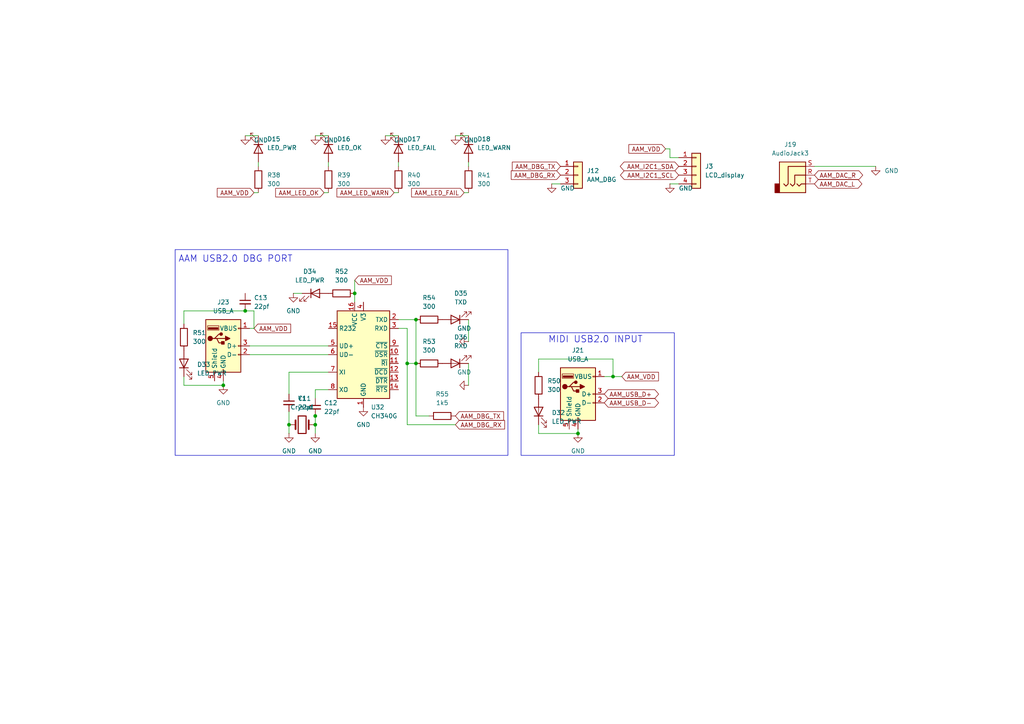
<source format=kicad_sch>
(kicad_sch (version 20250114) (generator "eeschema") (generator_version "9.0")
  (paper "A4")
  (lib_symbols
    (symbol "Connector:USB_A" (pin_names (offset 1.016))
      (property "Reference" "J" (at -5.08 11.43 0))
      (property "Value" "USB_A" (at -5.08 8.89 0))
      (symbol "USB_A_0_1"
        (rectangle (start -5.08 -7.62) (end 5.08 7.62) (stroke (width 0.254)) (fill (type background)))
        (circle (center -3.81 2.159) (radius 0.635) (stroke (width 0.254)) (fill (type outline)))
        (polyline (pts (xy -3.175 2.159) (xy -2.54 2.159) (xy -1.27 3.429) (xy -0.635 3.429)) (stroke (width 0.254)))
        (polyline (pts (xy -2.54 2.159) (xy -1.905 2.159) (xy -1.27 0.889) (xy 0 0.889)) (stroke (width 0.254)))
        (rectangle (start -1.524 4.826) (end -4.318 5.334) (fill (type outline)))
        (rectangle (start -1.27 4.572) (end -4.572 5.842))
        (circle (center -0.635 3.429) (radius 0.381) (stroke (width 0.254)) (fill (type outline)))
        (rectangle (start -0.127 -7.62) (end 0.127 -6.858))
        (rectangle (start 0.254 1.27) (end -0.508 0.508) (stroke (width 0.254)) (fill (type outline)))
        (polyline (pts (xy 0.635 2.794) (xy 0.635 1.524) (xy 1.905 2.159) (xy 0.635 2.794)) (stroke (width 0.254)) (fill (type outline)))
        (rectangle (start 5.08 4.953) (end 4.318 5.207))
        (rectangle (start 5.08 -0.127) (end 4.318 0.127))
        (rectangle (start 5.08 -2.667) (end 4.318 -2.413))
      )
      (symbol "USB_A_1_1"
        (polyline (pts (xy -1.905 2.159) (xy 0.635 2.159)) (stroke (width 0.254)))
        (pin passive line (at -2.54 -10.16 90) (length 2.54) (name "Shield") (number "5"))
        (pin power_in line (at 0 -10.16 90) (length 2.54) (name "GND") (number "4"))
        (pin power_in line (at 7.62 5.08 180) (length 2.54) (name "VBUS") (number "1"))
        (pin bidirectional line (at 7.62 0 180) (length 2.54) (name "D+") (number "3"))
        (pin bidirectional line (at 7.62 -2.54 180) (length 2.54) (name "D-") (number "2"))
      )
    )
    (symbol "Connector_Audio:AudioJack3"
      (property "Reference" "J" (at 0 8.89 0))
      (property "Value" "AudioJack3" (at 0 6.35 0))
      (symbol "AudioJack3_0_1"
        (rectangle (start -5.08 -5.08) (end -6.35 -2.54) (stroke (width 0.254)) (fill (type outline)))
        (polyline (pts (xy -1.905 -2.54) (xy -1.27 -3.175) (xy -0.635 -2.54) (xy -0.635 0) (xy 2.54 0)) (stroke (width 0.254)))
        (polyline (pts (xy 0 -2.54) (xy 0.635 -3.175) (xy 1.27 -2.54) (xy 2.54 -2.54)) (stroke (width 0.254)))
        (rectangle (start 2.54 3.81) (end -5.08 -5.08) (stroke (width 0.254)) (fill (type background)))
        (polyline (pts (xy 2.54 2.54) (xy -2.54 2.54) (xy -2.54 -2.54) (xy -3.175 -3.175) (xy -3.81 -2.54)) (stroke (width 0.254)))
      )
      (symbol "AudioJack3_1_1"
        (pin passive line (at 5.08 2.54 180) (length 2.54) (name "~") (number "S"))
        (pin passive line (at 5.08 0 180) (length 2.54) (name "~") (number "R"))
        (pin passive line (at 5.08 -2.54 180) (length 2.54) (name "~") (number "T"))
      )
    )
    (symbol "Connector_Generic:Conn_01x03" (pin_names (offset 1.016) (hide yes))
      (property "Reference" "J" (at 0 5.08 0))
      (property "Value" "Conn_01x03" (at 0 -5.08 0))
      (symbol "Conn_01x03_1_1"
        (rectangle (start -1.27 3.81) (end 1.27 -3.81) (stroke (width 0.254)) (fill (type background)))
        (rectangle (start -1.27 2.667) (end 0 2.413) (stroke (width 0.1524)))
        (rectangle (start -1.27 0.127) (end 0 -0.127) (stroke (width 0.1524)))
        (rectangle (start -1.27 -2.413) (end 0 -2.667) (stroke (width 0.1524)))
        (pin passive line (at -5.08 2.54 0) (length 3.81) (name "Pin_1") (number "1"))
        (pin passive line (at -5.08 0 0) (length 3.81) (name "Pin_2") (number "2"))
        (pin passive line (at -5.08 -2.54 0) (length 3.81) (name "Pin_3") (number "3"))
      )
    )
    (symbol "Connector_Generic:Conn_01x04" (pin_names (offset 1.016) (hide yes))
      (property "Reference" "J" (at 0 5.08 0))
      (property "Value" "Conn_01x04" (at 0 -7.62 0))
      (symbol "Conn_01x04_1_1"
        (rectangle (start -1.27 3.81) (end 1.27 -6.35) (stroke (width 0.254)) (fill (type background)))
        (rectangle (start -1.27 2.667) (end 0 2.413) (stroke (width 0.1524)))
        (rectangle (start -1.27 0.127) (end 0 -0.127) (stroke (width 0.1524)))
        (rectangle (start -1.27 -2.413) (end 0 -2.667) (stroke (width 0.1524)))
        (rectangle (start -1.27 -4.953) (end 0 -5.207) (stroke (width 0.1524)))
        (pin passive line (at -5.08 2.54 0) (length 3.81) (name "Pin_1") (number "1"))
        (pin passive line (at -5.08 0 0) (length 3.81) (name "Pin_2") (number "2"))
        (pin passive line (at -5.08 -2.54 0) (length 3.81) (name "Pin_3") (number "3"))
        (pin passive line (at -5.08 -5.08 0) (length 3.81) (name "Pin_4") (number "4"))
      )
    )
    (symbol "Device:C_Small" (pin_numbers (hide yes)) (pin_names (offset 0.254) (hide yes))
      (property "Reference" "C" (at 0.254 1.778 0))
      (property "Value" "C_Small" (at 0.254 -2.032 0))
      (symbol "C_Small_0_1"
        (polyline (pts (xy -1.524 0.508) (xy 1.524 0.508)) (stroke (width 0.3048)))
        (polyline (pts (xy -1.524 -0.508) (xy 1.524 -0.508)) (stroke (width 0.3302)))
      )
      (symbol "C_Small_1_1"
        (pin passive line (at 0 2.54 270) (length 2.032) (name "~") (number "1"))
        (pin passive line (at 0 -2.54 90) (length 2.032) (name "~") (number "2"))
      )
    )
    (symbol "Device:Crystal" (pin_numbers (hide yes)) (pin_names (offset 1.016) (hide yes))
      (property "Reference" "Y" (at 0 3.81 0))
      (property "Value" "Crystal" (at 0 -3.81 0))
      (symbol "Crystal_0_1"
        (polyline (pts (xy -2.54 0) (xy -1.905 0)))
        (polyline (pts (xy -1.905 -1.27) (xy -1.905 1.27)) (stroke (width 0.508)))
        (rectangle (start -1.143 2.54) (end 1.143 -2.54) (stroke (width 0.3048)))
        (polyline (pts (xy 1.905 -1.27) (xy 1.905 1.27)) (stroke (width 0.508)))
        (polyline (pts (xy 2.54 0) (xy 1.905 0)))
      )
      (symbol "Crystal_1_1"
        (pin passive line (at -3.81 0 0) (length 1.27) (name "1") (number "1"))
        (pin passive line (at 3.81 0 180) (length 1.27) (name "2") (number "2"))
      )
    )
    (symbol "Device:LED" (pin_numbers (hide yes)) (pin_names (offset 1.016) (hide yes))
      (property "Reference" "D" (at 0 2.54 0))
      (property "Value" "LED" (at 0 -2.54 0))
      (symbol "LED_0_1"
        (polyline (pts (xy -3.048 -0.762) (xy -4.572 -2.286) (xy -3.81 -2.286) (xy -4.572 -2.286) (xy -4.572 -1.524)))
        (polyline (pts (xy -1.778 -0.762) (xy -3.302 -2.286) (xy -2.54 -2.286) (xy -3.302 -2.286) (xy -3.302 -1.524)))
        (polyline (pts (xy -1.27 0) (xy 1.27 0)))
        (polyline (pts (xy -1.27 -1.27) (xy -1.27 1.27)) (stroke (width 0.254)))
        (polyline (pts (xy 1.27 -1.27) (xy 1.27 1.27) (xy -1.27 0) (xy 1.27 -1.27)) (stroke (width 0.254)))
      )
      (symbol "LED_1_1"
        (pin passive line (at -3.81 0 0) (length 2.54) (name "K") (number "1"))
        (pin passive line (at 3.81 0 180) (length 2.54) (name "A") (number "2"))
      )
    )
    (symbol "Device:R" (pin_numbers (hide yes)) (pin_names (offset 0))
      (property "Reference" "R" (at 2.032 0 90))
      (property "Value" "R" (at 0 0 90))
      (symbol "R_0_1"
        (rectangle (start -1.016 -2.54) (end 1.016 2.54) (stroke (width 0.254)))
      )
      (symbol "R_1_1"
        (pin passive line (at 0 3.81 270) (length 1.27) (name "~") (number "1"))
        (pin passive line (at 0 -3.81 90) (length 1.27) (name "~") (number "2"))
      )
    )
    (symbol "Interface_USB:CH340G"
      (property "Reference" "U" (at -5.08 13.97 0))
      (property "Value" "CH340G" (at 1.27 13.97 0))
      (symbol "CH340G_0_1"
        (rectangle (start -7.62 12.7) (end 7.62 -12.7) (stroke (width 0.254)) (fill (type background)))
      )
      (symbol "CH340G_1_1"
        (pin input line (at -10.16 7.62 0) (length 2.54) (name "R232") (number "15"))
        (pin bidirectional line (at -10.16 2.54 0) (length 2.54) (name "UD+") (number "5"))
        (pin bidirectional line (at -10.16 0 0) (length 2.54) (name "UD-") (number "6"))
        (pin input line (at -10.16 -5.08 0) (length 2.54) (name "XI") (number "7"))
        (pin output line (at -10.16 -10.16 0) (length 2.54) (name "XO") (number "8"))
        (pin power_in line (at -2.54 15.24 270) (length 2.54) (name "VCC") (number "16"))
        (pin power_out line (at 0 15.24 270) (length 2.54) (name "V3") (number "4"))
        (pin power_in line (at 0 -15.24 90) (length 2.54) (name "GND") (number "1"))
        (pin output line (at 10.16 10.16 180) (length 2.54) (name "TXD") (number "2"))
        (pin input line (at 10.16 7.62 180) (length 2.54) (name "RXD") (number "3"))
        (pin input line (at 10.16 2.54 180) (length 2.54) (name "~{CTS}") (number "9"))
        (pin input line (at 10.16 0 180) (length 2.54) (name "~{DSR}") (number "10"))
        (pin input line (at 10.16 -2.54 180) (length 2.54) (name "~{RI}") (number "11"))
        (pin input line (at 10.16 -5.08 180) (length 2.54) (name "~{DCD}") (number "12"))
        (pin output line (at 10.16 -7.62 180) (length 2.54) (name "~{DTR}") (number "13"))
        (pin output line (at 10.16 -10.16 180) (length 2.54) (name "~{RTS}") (number "14"))
      )
    )
    (symbol "power:GND" (power) (pin_numbers (hide yes)) (pin_names (offset 0) (hide yes))
      (property "Value" "GND" (at 0 -3.81 0))
      (symbol "GND_0_1"
        (polyline (pts (xy 0 0) (xy 0 -1.27) (xy 1.27 -1.27) (xy 0 -2.54) (xy -1.27 -1.27) (xy 0 -1.27)))
      )
      (symbol "GND_1_1"
        (pin power_in line (at 0 0 270) (length 0) (name "~") (number "1"))
      )
    )
  )
  (rectangle (start 50.8 72.39) (end 147.32 132.08))
  (rectangle (start 151.13 96.52) (end 195.58 132.08))
  (text "AAM USB2.0 DBG PORT" (at 68.326 75.184 0) (effects (font (size 1.905 1.905))))
  (text "MIDI USB2.0 INPUT" (at 172.72 98.552 0) (effects (font (size 1.905 1.905))))
  (junction (at 177.8 109.22))
  (junction (at 64.77 111.76))
  (junction (at 83.82 123.19))
  (junction (at 120.65 92.71))
  (junction (at 120.65 105.41))
  (junction (at 71.12 90.17))
  (junction (at 91.44 123.19))
  (junction (at 167.64 125.73))
  (junction (at 118.11 105.41))
  (junction (at 91.44 120.65))
  (junction (at 102.87 85.09))
  (wire (pts (xy 135.89 105.41) (xy 135.89 111.76)))
  (wire (pts (xy 135.89 92.71) (xy 135.89 99.06)))
  (wire (pts (xy 72.39 102.87) (xy 95.25 102.87)))
  (wire (pts (xy 91.44 123.19) (xy 91.44 125.73)))
  (wire (pts (xy 102.87 85.09) (xy 102.87 87.63)))
  (wire (pts (xy 64.77 111.76) (xy 53.34 111.76)))
  (wire (pts (xy 135.89 46.99) (xy 135.89 48.26)))
  (wire (pts (xy 177.8 109.22) (xy 175.26 109.22)))
  (wire (pts (xy 118.11 105.41) (xy 118.11 123.19)))
  (wire (pts (xy 194.31 45.72) (xy 196.85 45.72)))
  (wire (pts (xy 118.11 123.19) (xy 132.08 123.19)))
  (wire (pts (xy 83.82 119.38) (xy 83.82 123.19)))
  (wire (pts (xy 193.04 43.18) (xy 194.31 43.18)))
  (wire (pts (xy 73.66 55.88) (xy 74.93 55.88)))
  (wire (pts (xy 120.65 92.71) (xy 120.65 105.41)))
  (wire (pts (xy 118.11 105.41) (xy 120.65 105.41)))
  (wire (pts (xy 64.77 111.76) (xy 64.77 110.49)))
  (wire (pts (xy 114.3 55.88) (xy 115.57 55.88)))
  (wire (pts (xy 91.44 113.03) (xy 91.44 115.57)))
  (wire (pts (xy 160.02 53.34) (xy 162.56 53.34)))
  (wire (pts (xy 111.76 39.37) (xy 115.57 39.37)))
  (wire (pts (xy 132.08 39.37) (xy 135.89 39.37)))
  (wire (pts (xy 177.8 104.14) (xy 156.21 104.14)))
  (wire (pts (xy 73.66 90.17) (xy 73.66 95.25)))
  (wire (pts (xy 83.82 107.95) (xy 83.82 114.3)))
  (wire (pts (xy 73.66 90.17) (xy 71.12 90.17)))
  (wire (pts (xy 83.82 107.95) (xy 95.25 107.95)))
  (wire (pts (xy 120.65 105.41) (xy 120.65 120.65)))
  (wire (pts (xy 115.57 46.99) (xy 115.57 48.26)))
  (wire (pts (xy 74.93 46.99) (xy 74.93 48.26)))
  (wire (pts (xy 167.64 125.73) (xy 156.21 125.73)))
  (wire (pts (xy 236.22 48.26) (xy 254 48.26)))
  (wire (pts (xy 53.34 90.17) (xy 53.34 93.98)))
  (wire (pts (xy 95.25 46.99) (xy 95.25 48.26)))
  (wire (pts (xy 134.62 55.88) (xy 135.89 55.88)))
  (wire (pts (xy 91.44 113.03) (xy 95.25 113.03)))
  (wire (pts (xy 73.66 95.25) (xy 72.39 95.25)))
  (wire (pts (xy 91.44 120.65) (xy 91.44 123.19)))
  (wire (pts (xy 91.44 39.37) (xy 95.25 39.37)))
  (wire (pts (xy 85.09 85.09) (xy 87.63 85.09)))
  (wire (pts (xy 118.11 95.25) (xy 118.11 105.41)))
  (wire (pts (xy 156.21 104.14) (xy 156.21 107.95)))
  (wire (pts (xy 53.34 111.76) (xy 53.34 109.22)))
  (wire (pts (xy 71.12 90.17) (xy 53.34 90.17)))
  (wire (pts (xy 83.82 125.73) (xy 83.82 123.19)))
  (wire (pts (xy 194.31 43.18) (xy 194.31 45.72)))
  (wire (pts (xy 91.44 119.38) (xy 91.44 120.65)))
  (wire (pts (xy 72.39 100.33) (xy 95.25 100.33)))
  (wire (pts (xy 156.21 125.73) (xy 156.21 123.19)))
  (wire (pts (xy 115.57 95.25) (xy 118.11 95.25)))
  (wire (pts (xy 177.8 109.22) (xy 180.34 109.22)))
  (wire (pts (xy 71.12 39.37) (xy 74.93 39.37)))
  (wire (pts (xy 102.87 81.28) (xy 102.87 85.09)))
  (wire (pts (xy 177.8 104.14) (xy 177.8 109.22)))
  (wire (pts (xy 93.98 55.88) (xy 95.25 55.88)))
  (wire (pts (xy 115.57 92.71) (xy 120.65 92.71)))
  (wire (pts (xy 194.31 53.34) (xy 196.85 53.34)))
  (wire (pts (xy 167.64 125.73) (xy 167.64 124.46)))
  (wire (pts (xy 120.65 120.65) (xy 124.46 120.65)))
  (global_label "AAM_USB_D-" (shape bidirectional) (at 175.26 116.84 0) (property "Intersheetrefs" "${INTERSHEET_REFS}" (effects (hide yes))))
  (global_label "AAM_DBG_RX" (shape input) (at 132.08 123.19 0) (property "Intersheetrefs" "${INTERSHEET_REFS}" (effects (hide yes))))
  (global_label "AAM_DBG_TX" (shape input) (at 162.56 48.26 180) (property "Intersheetrefs" "${INTERSHEET_REFS}" (effects (hide yes))))
  (global_label "AAM_DBG_TX" (shape input) (at 132.08 120.65 0) (property "Intersheetrefs" "${INTERSHEET_REFS}" (effects (hide yes))))
  (global_label "AAM_VDD" (shape input) (at 193.04 43.18 180) (property "Intersheetrefs" "${INTERSHEET_REFS}" (effects (hide yes))))
  (global_label "AAM_LED_OK" (shape input) (at 93.98 55.88 180) (property "Intersheetrefs" "${INTERSHEET_REFS}" (effects (hide yes))))
  (global_label "AAM_I2C1_SDA" (shape bidirectional) (at 196.85 48.26 180) (property "Intersheetrefs" "${INTERSHEET_REFS}" (effects (hide yes))))
  (global_label "AAM_VDD" (shape input) (at 73.66 95.25 0) (property "Intersheetrefs" "${INTERSHEET_REFS}" (effects (hide yes))))
  (global_label "AAM_DBG_RX" (shape input) (at 162.56 50.8 180) (property "Intersheetrefs" "${INTERSHEET_REFS}" (effects (hide yes))))
  (global_label "AAM_VDD" (shape input) (at 73.66 55.88 180) (property "Intersheetrefs" "${INTERSHEET_REFS}" (effects (hide yes))))
  (global_label "AAM_DAC_L" (shape bidirectional) (at 236.22 53.34 0) (property "Intersheetrefs" "${INTERSHEET_REFS}" (effects (hide yes))))
  (global_label "AAM_I2C1_SCL" (shape bidirectional) (at 196.85 50.8 180) (property "Intersheetrefs" "${INTERSHEET_REFS}" (effects (hide yes))))
  (global_label "AAM_LED_WARN" (shape input) (at 114.3 55.88 180) (property "Intersheetrefs" "${INTERSHEET_REFS}" (effects (hide yes))))
  (global_label "AAM_VDD" (shape input) (at 180.34 109.22 0) (property "Intersheetrefs" "${INTERSHEET_REFS}" (effects (hide yes))))
  (global_label "AAM_USB_D+" (shape bidirectional) (at 175.26 114.3 0) (property "Intersheetrefs" "${INTERSHEET_REFS}" (effects (hide yes))))
  (global_label "AAM_DAC_R" (shape bidirectional) (at 236.22 50.8 0) (property "Intersheetrefs" "${INTERSHEET_REFS}" (effects (hide yes))))
  (global_label "AAM_LED_FAIL" (shape input) (at 134.62 55.88 180) (property "Intersheetrefs" "${INTERSHEET_REFS}" (effects (hide yes))))
  (global_label "AAM_VDD" (shape input) (at 102.87 81.28 0) (property "Intersheetrefs" "${INTERSHEET_REFS}" (effects (hide yes))))
  (symbol (lib_id "Device:R") (at 135.89 52.07 0) (unit 1)
    (property "Reference" "R41" (at 138.43 50.7999 0) (effects (justify left)))
    (property "Value" "300" (at 138.43 53.3399 0) (effects (justify left)))
    (property "Footprint" "Resistor_SMD:R_0805_2012Metric_Pad1.20x1.40mm_HandSolder" (effects (hide yes)))
    (property "Description" "Resistor" (effects (hide yes)))
    (property "DigiKey_Part_Number" "311-10.0KCRCT-ND" (effects (hide yes)))
    (property "Price" "0.0129" (effects (hide yes)))
  )
  (symbol (lib_id "power:GND") (at 91.44 39.37 0) (unit 1)
    (property "Reference" "#PWR093" (effects (hide yes)))
    (property "Value" "GND" (at 93.98 40.6399 0) (effects (justify left)))
    (property "Description" "Power symbol creates a global label with name \"GND\" , ground" (effects (hide yes)))
  )
  (symbol (lib_id "Device:LED") (at 74.93 43.18 270) (unit 1)
    (property "Reference" "D15" (at 77.47 40.3224 90) (effects (justify left)))
    (property "Value" "LED_PWR" (at 77.47 42.8624 90) (effects (justify left)))
    (property "Footprint" "LED_SMD:LED_0603_1608Metric" (effects (hide yes)))
    (property "Description" "Light emitting diode" (effects (hide yes)))
    (property "Sim.Pins" "1=K 2=A" (effects (hide yes)))
  )
  (symbol (lib_id "Connector:USB_A") (at 64.77 100.33 0) (unit 1)
    (property "Reference" "J23" (at 64.77 87.63 0))
    (property "Value" "USB_A" (at 64.77 90.17 0))
    (property "Footprint" "Connector_USB:USB_A_CNCTech_1001-011-01101_Horizontal" (effects (hide yes)))
    (property "Description" "USB Type A connector" (effects (hide yes)))
  )
  (symbol (lib_id "power:GND") (at 111.76 39.37 0) (unit 1)
    (property "Reference" "#PWR094" (effects (hide yes)))
    (property "Value" "GND" (at 114.3 40.6399 0) (effects (justify left)))
    (property "Description" "Power symbol creates a global label with name \"GND\" , ground" (effects (hide yes)))
  )
  (symbol (lib_id "Device:LED") (at 156.21 119.38 90) (unit 1)
    (property "Reference" "D32" (at 160.02 119.6974 90) (effects (justify right)))
    (property "Value" "LED_PWR" (at 160.02 122.2374 90) (effects (justify right)))
    (property "Footprint" "LED_SMD:LED_0603_1608Metric" (effects (hide yes)))
    (property "Description" "Light emitting diode" (effects (hide yes)))
    (property "Sim.Pins" "1=K 2=A" (effects (hide yes)))
  )
  (symbol (lib_id "power:GND") (at 71.12 39.37 0) (unit 1)
    (property "Reference" "#PWR092" (effects (hide yes)))
    (property "Value" "GND" (at 73.66 40.6399 0) (effects (justify left)))
    (property "Description" "Power symbol creates a global label with name \"GND\" , ground" (effects (hide yes)))
  )
  (symbol (lib_id "Device:C_Small") (at 71.12 87.63 0) (unit 1)
    (property "Reference" "C13" (at 73.66 86.3662 0) (effects (justify left)))
    (property "Value" "22pf" (at 73.66 88.9062 0) (effects (justify left)))
    (property "Footprint" "Capacitor_SMD:C_0805_2012Metric" (effects (hide yes)))
    (property "Description" "Unpolarized capacitor, small symbol" (effects (hide yes)))
  )
  (symbol (lib_id "power:GND") (at 132.08 39.37 0) (unit 1)
    (property "Reference" "#PWR095" (effects (hide yes)))
    (property "Value" "GND" (at 134.62 40.6399 0) (effects (justify left)))
    (property "Description" "Power symbol creates a global label with name \"GND\" , ground" (effects (hide yes)))
  )
  (symbol (lib_id "Device:R") (at 124.46 105.41 90) (unit 1)
    (property "Reference" "R53" (at 124.46 99.06 90))
    (property "Value" "300" (at 124.46 101.6 90))
    (property "Footprint" "Resistor_SMD:R_0805_2012Metric_Pad1.20x1.40mm_HandSolder" (effects (hide yes)))
    (property "Description" "Resistor" (effects (hide yes)))
    (property "DigiKey_Part_Number" "311-10.0KCRCT-ND" (effects (hide yes)))
    (property "Price" "0.0129" (effects (hide yes)))
  )
  (symbol (lib_id "power:GND") (at 160.02 53.34 0) (unit 1)
    (property "Reference" "#PWR069" (effects (hide yes)))
    (property "Value" "GND" (at 162.56 54.6099 0) (effects (justify left)))
    (property "Description" "Power symbol creates a global label with name \"GND\" , ground" (effects (hide yes)))
  )
  (symbol (lib_id "Device:R") (at 128.27 120.65 90) (unit 1)
    (property "Reference" "R55" (at 128.27 114.3 90))
    (property "Value" "1k5" (at 128.27 116.84 90))
    (property "Footprint" "Resistor_SMD:R_0805_2012Metric_Pad1.20x1.40mm_HandSolder" (effects (hide yes)))
    (property "Description" "Resistor" (effects (hide yes)))
    (property "DigiKey_Part_Number" "311-10.0KCRCT-ND" (effects (hide yes)))
    (property "Price" "0.0129" (effects (hide yes)))
  )
  (symbol (lib_id "power:GND") (at 254 48.26 0) (unit 1)
    (property "Reference" "#PWR0128" (effects (hide yes)))
    (property "Value" "GND" (at 256.54 49.5299 0) (effects (justify left)))
    (property "Description" "Power symbol creates a global label with name \"GND\" , ground" (effects (hide yes)))
  )
  (symbol (lib_id "power:GND") (at 64.77 111.76 0) (unit 1)
    (property "Reference" "#PWR0133" (effects (hide yes)))
    (property "Value" "GND" (at 64.77 116.84 0))
    (property "Description" "Power symbol creates a global label with name \"GND\" , ground" (effects (hide yes)))
  )
  (symbol (lib_id "power:GND") (at 105.41 118.11 0) (mirror y) (unit 1)
    (property "Reference" "#PWR0134" (effects (hide yes)))
    (property "Value" "GND" (at 105.41 123.19 0))
    (property "Description" "Power symbol creates a global label with name \"GND\" , ground" (effects (hide yes)))
  )
  (symbol (lib_id "power:GND") (at 135.89 99.06 270) (mirror x) (unit 1)
    (property "Reference" "#PWR0136" (effects (hide yes)))
    (property "Value" "GND" (at 134.62 95.25 90))
    (property "Description" "Power symbol creates a global label with name \"GND\" , ground" (effects (hide yes)))
  )
  (symbol (lib_id "Device:LED") (at 91.44 85.09 0) (unit 1)
    (property "Reference" "D34" (at 89.8525 78.74 0))
    (property "Value" "LED_PWR" (at 89.8525 81.28 0))
    (property "Footprint" "LED_SMD:LED_0603_1608Metric" (effects (hide yes)))
    (property "Description" "Light emitting diode" (effects (hide yes)))
    (property "Sim.Pins" "1=K 2=A" (effects (hide yes)))
  )
  (symbol (lib_id "power:GND") (at 83.82 125.73 0) (mirror y) (unit 1)
    (property "Reference" "#PWR0137" (effects (hide yes)))
    (property "Value" "GND" (at 83.82 130.81 0))
    (property "Description" "Power symbol creates a global label with name \"GND\" , ground" (effects (hide yes)))
  )
  (symbol (lib_id "Device:R") (at 99.06 85.09 90) (unit 1)
    (property "Reference" "R52" (at 99.06 78.74 90))
    (property "Value" "300" (at 99.06 81.28 90))
    (property "Footprint" "Resistor_SMD:R_0805_2012Metric_Pad1.20x1.40mm_HandSolder" (effects (hide yes)))
    (property "Description" "Resistor" (effects (hide yes)))
    (property "DigiKey_Part_Number" "311-10.0KCRCT-ND" (effects (hide yes)))
    (property "Price" "0.0129" (effects (hide yes)))
  )
  (symbol (lib_id "Device:C_Small") (at 83.82 116.84 0) (unit 1)
    (property "Reference" "C11" (at 86.36 115.5762 0) (effects (justify left)))
    (property "Value" "22pf" (at 86.36 118.1162 0) (effects (justify left)))
    (property "Footprint" "Capacitor_SMD:C_0805_2012Metric" (effects (hide yes)))
    (property "Description" "Unpolarized capacitor, small symbol" (effects (hide yes)))
  )
  (symbol (lib_id "Connector_Generic:Conn_01x03") (at 167.64 50.8 0) (unit 1)
    (property "Reference" "J12" (at 170.18 49.5299 0) (effects (justify left)))
    (property "Value" "AAM_DBG" (at 170.18 52.0699 0) (effects (justify left)))
    (property "Footprint" "Connector_PinHeader_1.00mm:PinHeader_1x03_P1.00mm_Horizontal" (effects (hide yes)))
    (property "Description" "Generic connector, single row, 01x03, script generated (kicad-library-utils/schlib/autogen/connector/)" (effects (hide yes)))
  )
  (symbol (lib_id "Device:LED") (at 135.89 43.18 270) (unit 1)
    (property "Reference" "D18" (at 138.43 40.3224 90) (effects (justify left)))
    (property "Value" "LED_WARN" (at 138.43 42.8624 90) (effects (justify left)))
    (property "Footprint" "LED_SMD:LED_0603_1608Metric" (effects (hide yes)))
    (property "Description" "Light emitting diode" (effects (hide yes)))
    (property "Sim.Pins" "1=K 2=A" (effects (hide yes)))
  )
  (symbol (lib_id "Device:LED") (at 53.34 105.41 90) (unit 1)
    (property "Reference" "D33" (at 57.15 105.7274 90) (effects (justify right)))
    (property "Value" "LED_PWR" (at 57.15 108.2674 90) (effects (justify right)))
    (property "Footprint" "LED_SMD:LED_0603_1608Metric" (effects (hide yes)))
    (property "Description" "Light emitting diode" (effects (hide yes)))
    (property "Sim.Pins" "1=K 2=A" (effects (hide yes)))
  )
  (symbol (lib_id "Device:R") (at 95.25 52.07 0) (unit 1)
    (property "Reference" "R39" (at 97.79 50.7999 0) (effects (justify left)))
    (property "Value" "300" (at 97.79 53.3399 0) (effects (justify left)))
    (property "Footprint" "Resistor_SMD:R_0805_2012Metric_Pad1.20x1.40mm_HandSolder" (effects (hide yes)))
    (property "Description" "Resistor" (effects (hide yes)))
    (property "DigiKey_Part_Number" "311-10.0KCRCT-ND" (effects (hide yes)))
    (property "Price" "0.0129" (effects (hide yes)))
  )
  (symbol (lib_id "Device:LED") (at 115.57 43.18 270) (unit 1)
    (property "Reference" "D17" (at 118.11 40.3224 90) (effects (justify left)))
    (property "Value" "LED_FAIL" (at 118.11 42.8624 90) (effects (justify left)))
    (property "Footprint" "LED_SMD:LED_0603_1608Metric" (effects (hide yes)))
    (property "Description" "Light emitting diode" (effects (hide yes)))
    (property "Sim.Pins" "1=K 2=A" (effects (hide yes)))
  )
  (symbol (lib_id "Connector_Audio:AudioJack3") (at 231.14 50.8 0) (unit 1)
    (property "Reference" "J19" (at 229.235 41.91 0))
    (property "Value" "AudioJack3" (at 229.235 44.45 0))
    (property "Footprint" "Connector_Audio:Jack_3.5mm_CUI_SJ-3523-SMT_Horizontal" (effects (hide yes)))
    (property "Description" "Audio Jack, 3 Poles (Stereo / TRS)" (effects (hide yes)))
  )
  (symbol (lib_id "Device:R") (at 74.93 52.07 0) (unit 1)
    (property "Reference" "R38" (at 77.47 50.7999 0) (effects (justify left)))
    (property "Value" "300" (at 77.47 53.3399 0) (effects (justify left)))
    (property "Footprint" "Resistor_SMD:R_0805_2012Metric_Pad1.20x1.40mm_HandSolder" (effects (hide yes)))
    (property "Description" "Resistor" (effects (hide yes)))
    (property "DigiKey_Part_Number" "311-10.0KCRCT-ND" (effects (hide yes)))
    (property "Price" "0.0129" (effects (hide yes)))
  )
  (symbol (lib_id "Device:R") (at 124.46 92.71 90) (unit 1)
    (property "Reference" "R54" (at 124.46 86.36 90))
    (property "Value" "300" (at 124.46 88.9 90))
    (property "Footprint" "Resistor_SMD:R_0805_2012Metric_Pad1.20x1.40mm_HandSolder" (effects (hide yes)))
    (property "Description" "Resistor" (effects (hide yes)))
    (property "DigiKey_Part_Number" "311-10.0KCRCT-ND" (effects (hide yes)))
    (property "Price" "0.0129" (effects (hide yes)))
  )
  (symbol (lib_id "Device:LED") (at 132.08 92.71 180) (unit 1)
    (property "Reference" "D35" (at 133.6675 85.09 0))
    (property "Value" "TXD" (at 133.6675 87.63 0))
    (property "Footprint" "LED_SMD:LED_0603_1608Metric" (effects (hide yes)))
    (property "Description" "Light emitting diode" (effects (hide yes)))
    (property "Sim.Pins" "1=K 2=A" (effects (hide yes)))
  )
  (symbol (lib_id "power:GND") (at 194.31 53.34 0) (unit 1)
    (property "Reference" "#PWR01" (effects (hide yes)))
    (property "Value" "GND" (at 196.85 54.6099 0) (effects (justify left)))
    (property "Description" "Power symbol creates a global label with name \"GND\" , ground" (effects (hide yes)))
  )
  (symbol (lib_id "Connector:USB_A") (at 167.64 114.3 0) (unit 1)
    (property "Reference" "J21" (at 167.64 101.6 0))
    (property "Value" "USB_A" (at 167.64 104.14 0))
    (property "Footprint" "Connector_USB:USB_A_CNCTech_1001-011-01101_Horizontal" (effects (hide yes)))
    (property "Description" "USB Type A connector" (effects (hide yes)))
  )
  (symbol (lib_id "Device:R") (at 115.57 52.07 0) (unit 1)
    (property "Reference" "R40" (at 118.11 50.7999 0) (effects (justify left)))
    (property "Value" "300" (at 118.11 53.3399 0) (effects (justify left)))
    (property "Footprint" "Resistor_SMD:R_0805_2012Metric_Pad1.20x1.40mm_HandSolder" (effects (hide yes)))
    (property "Description" "Resistor" (effects (hide yes)))
    (property "DigiKey_Part_Number" "311-10.0KCRCT-ND" (effects (hide yes)))
    (property "Price" "0.0129" (effects (hide yes)))
  )
  (symbol (lib_id "Device:LED") (at 132.08 105.41 180) (unit 1)
    (property "Reference" "D36" (at 133.6675 97.79 0))
    (property "Value" "RXD" (at 133.6675 100.33 0))
    (property "Footprint" "LED_SMD:LED_0603_1608Metric" (effects (hide yes)))
    (property "Description" "Light emitting diode" (effects (hide yes)))
    (property "Sim.Pins" "1=K 2=A" (effects (hide yes)))
  )
  (symbol (lib_id "power:GND") (at 135.89 111.76 270) (mirror x) (unit 1)
    (property "Reference" "#PWR0139" (effects (hide yes)))
    (property "Value" "GND" (at 134.62 107.95 90))
    (property "Description" "Power symbol creates a global label with name \"GND\" , ground" (effects (hide yes)))
  )
  (symbol (lib_id "Device:R") (at 156.21 111.76 180) (unit 1)
    (property "Reference" "R50" (at 158.75 110.4899 0) (effects (justify right)))
    (property "Value" "300" (at 158.75 113.0299 0) (effects (justify right)))
    (property "Footprint" "Resistor_SMD:R_0805_2012Metric_Pad1.20x1.40mm_HandSolder" (effects (hide yes)))
    (property "Description" "Resistor" (effects (hide yes)))
    (property "DigiKey_Part_Number" "311-10.0KCRCT-ND" (effects (hide yes)))
    (property "Price" "0.0129" (effects (hide yes)))
  )
  (symbol (lib_id "Device:R") (at 53.34 97.79 180) (unit 1)
    (property "Reference" "R51" (at 55.88 96.5199 0) (effects (justify right)))
    (property "Value" "300" (at 55.88 99.0599 0) (effects (justify right)))
    (property "Footprint" "Resistor_SMD:R_0805_2012Metric_Pad1.20x1.40mm_HandSolder" (effects (hide yes)))
    (property "Description" "Resistor" (effects (hide yes)))
    (property "DigiKey_Part_Number" "311-10.0KCRCT-ND" (effects (hide yes)))
    (property "Price" "0.0129" (effects (hide yes)))
  )
  (symbol (lib_id "Device:C_Small") (at 91.44 118.11 0) (unit 1)
    (property "Reference" "C12" (at 93.98 116.8462 0) (effects (justify left)))
    (property "Value" "22pf" (at 93.98 119.3862 0) (effects (justify left)))
    (property "Footprint" "Capacitor_SMD:C_0805_2012Metric" (effects (hide yes)))
    (property "Description" "Unpolarized capacitor, small symbol" (effects (hide yes)))
  )
  (symbol (lib_id "Device:Crystal") (at 87.63 123.19 0) (unit 1)
    (property "Reference" "Y1" (at 87.63 115.57 0))
    (property "Value" "Crystal" (at 87.63 118.11 0))
    (property "Description" "Two pin crystal" (effects (hide yes)))
  )
  (symbol (lib_id "Interface_USB:CH340G") (at 105.41 102.87 0) (unit 1)
    (property "Reference" "U32" (at 107.5533 118.11 0) (effects (justify left)))
    (property "Value" "CH340G" (at 107.5533 120.65 0) (effects (justify left)))
    (property "Footprint" "Package_SO:SOIC-16_3.9x9.9mm_P1.27mm" (effects (hide yes)))
    (property "Datasheet" "http://www.datasheet5.com/pdf-local-2195953" (effects (hide yes)))
    (property "Description" "USB serial converter, UART, SOIC-16" (effects (hide yes)))
  )
  (symbol (lib_id "power:GND") (at 91.44 125.73 0) (mirror y) (unit 1)
    (property "Reference" "#PWR0138" (effects (hide yes)))
    (property "Value" "GND" (at 91.44 130.81 0))
    (property "Description" "Power symbol creates a global label with name \"GND\" , ground" (effects (hide yes)))
  )
  (symbol (lib_id "Connector_Generic:Conn_01x04") (at 201.93 48.26 0) (unit 1)
    (property "Reference" "J3" (at 204.47 48.2599 0) (effects (justify left)))
    (property "Value" "LCD_display" (at 204.47 50.7999 0) (effects (justify left)))
    (property "Footprint" "Connector_PinHeader_1.00mm:PinHeader_1x04_P1.00mm_Vertical_SMD_Pin1Left" (effects (hide yes)))
    (property "Description" "Generic connector, single row, 01x04, script generated (kicad-library-utils/schlib/autogen/connector/)" (effects (hide yes)))
  )
  (symbol (lib_id "power:GND") (at 85.09 85.09 0) (mirror y) (unit 1)
    (property "Reference" "#PWR0135" (effects (hide yes)))
    (property "Value" "GND" (at 85.09 90.17 0))
    (property "Description" "Power symbol creates a global label with name \"GND\" , ground" (effects (hide yes)))
  )
  (symbol (lib_id "power:GND") (at 167.64 125.73 0) (unit 1)
    (property "Reference" "#PWR0132" (effects (hide yes)))
    (property "Value" "GND" (at 167.64 130.81 0))
    (property "Description" "Power symbol creates a global label with name \"GND\" , ground" (effects (hide yes)))
  )
  (symbol (lib_id "Device:LED") (at 95.25 43.18 270) (unit 1)
    (property "Reference" "D16" (at 97.79 40.3224 90) (effects (justify left)))
    (property "Value" "LED_OK" (at 97.79 42.8624 90) (effects (justify left)))
    (property "Footprint" "LED_SMD:LED_0603_1608Metric" (effects (hide yes)))
    (property "Description" "Light emitting diode" (effects (hide yes)))
    (property "Sim.Pins" "1=K 2=A" (effects (hide yes)))
  )
)
</source>
